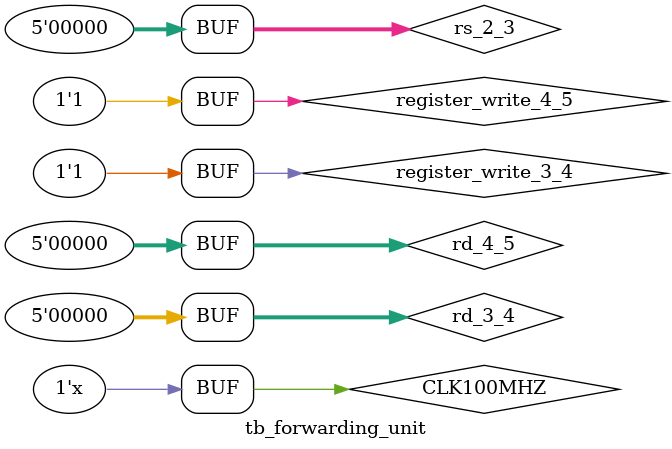
<source format=v>
`timescale 1ns / 1ps

`define len 32
`define NB $clog2(`len)

module tb_forwarding_unit(
    );
	
	reg register_write_3_4;
	reg register_write_4_5;
	reg [`NB-1:0] rd_3_4;
	reg [`NB-1:0] rd_4_5;
	reg [`NB-1:0] rs_2_3;
	reg [`NB-1:0] rt_2_3;
	reg CLK100MHZ;

	forwarding_unit #(.lenghtIN(`len), .NB(`NB))
	u_forwarding_unit(
		.register_write_3_4(register_write_3_4),
		.register_write_4_5(register_write_4_5),
		.rd_3_4(rd_3_4),
		.rd_4_5(rd_4_5),
		.rs_2_3(rs_2_3),
		.rt_2_3(rt_2_3)
		);

	initial begin
		CLK100MHZ = 0;

		register_write_3_4 = 0;
		register_write_4_5 = 0;
		rd_3_4 = 1;
		rd_4_5 = 1;
		
		rs_2_3 = 0;

		#10

		register_write_3_4 = 0;
		register_write_4_5 = 0;
		rd_3_4 = 1;
		rd_4_5 = 0;
		
		rs_2_3 = 0;

		#10

		register_write_3_4 = 0;
		register_write_4_5 = 0;
		rd_3_4 = 0;
		rd_4_5 = 1;
		
		rs_2_3 = 0;

		#10

		register_write_3_4 = 0;
		register_write_4_5 = 0;
		rd_3_4 = 0;
		rd_4_5 = 0;
		
		rs_2_3 = 0;

		#10

		register_write_3_4 = 0;
		register_write_4_5 = 1;
		rd_3_4 = 1;
		rd_4_5 = 1;
		
		rs_2_3 = 0;

		#10

		register_write_3_4 = 0;
		register_write_4_5 = 1;
		rd_3_4 = 1;
		rd_4_5 = 0;
		
		rs_2_3 = 0;

		#10

		register_write_3_4 = 0;
		register_write_4_5 = 1;
		rd_3_4 = 0;
		rd_4_5 = 1;
		
		rs_2_3 = 0;

		#10

		register_write_3_4 = 0;
		register_write_4_5 = 1;
		rd_3_4 = 0;
		rd_4_5 = 0;
		
		rs_2_3 = 0;

		#10

		register_write_3_4 = 1;
		register_write_4_5 = 0;
		rd_3_4 = 1;
		rd_4_5 = 1;
		
		rs_2_3 = 0;

		#10

		register_write_3_4 = 1;
		register_write_4_5 = 0;
		rd_3_4 = 1;
		rd_4_5 = 0;
		
		rs_2_3 = 0;

		#10

		register_write_3_4 = 1;
		register_write_4_5 = 0;
		rd_3_4 = 0;
		rd_4_5 = 1;
		
		rs_2_3 = 0;

		#10

		register_write_3_4 = 1;
		register_write_4_5 = 0;
		rd_3_4 = 0;
		rd_4_5 = 0;
		
		rs_2_3 = 0;

		#10

		register_write_3_4 = 1;
		register_write_4_5 = 1;
		rd_3_4 = 1;
		rd_4_5 = 1;
		
		rs_2_3 = 0;

		#10

		register_write_3_4 = 1;
		register_write_4_5 = 1;
		rd_3_4 = 1;
		rd_4_5 = 0;
		
		rs_2_3 = 0;

		#10

		register_write_3_4 = 1;
		register_write_4_5 = 1;
		rd_3_4 = 0;
		rd_4_5 = 1;
		
		rs_2_3 = 0;

		#10

		register_write_3_4 = 1;
		register_write_4_5 = 1;
		rd_3_4 = 0;
		rd_4_5 = 0;
		
		rs_2_3 = 0;

	end

	always
		#5 CLK100MHZ = ~CLK100MHZ;
		
endmodule
</source>
